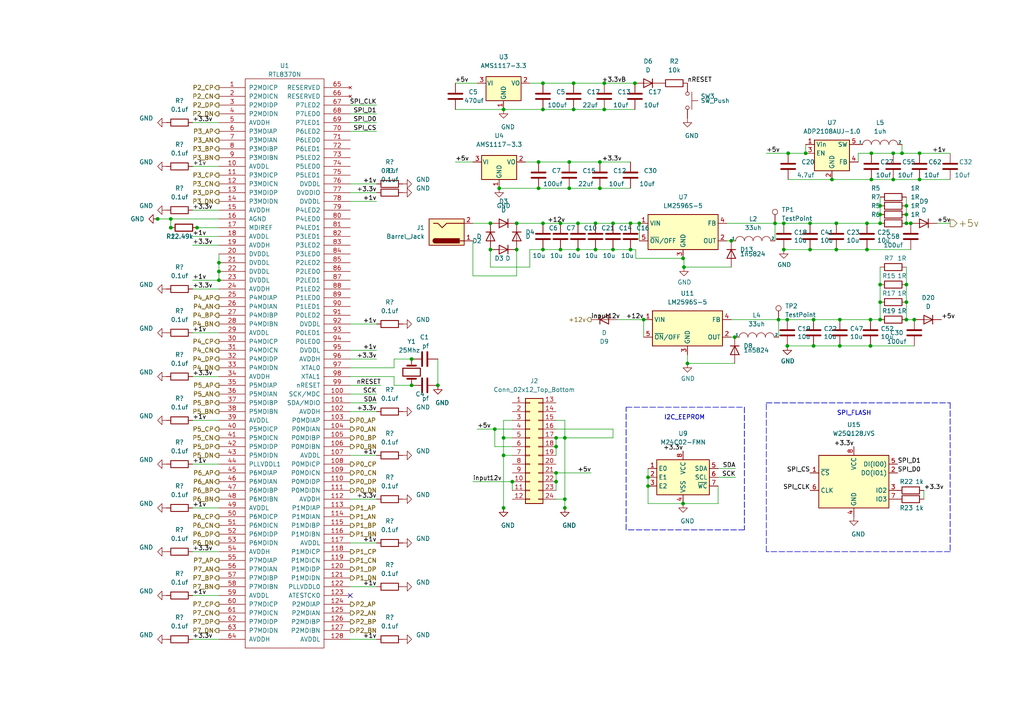
<source format=kicad_sch>
(kicad_sch (version 20201015) (generator eeschema)
  (paper "A4")
  (title_block (title "cluster io board") (date "2020-12-26") (rev "0.1") (company "self employed") (comment 1 "created by YC Lam"))
  (junction (at 45.72 63.5) (diameter 0.9144))
  (junction (at 49.53 63.5) (diameter 0.9144))
  (junction (at 49.53 66.04) (diameter 0.9144))
  (junction (at 57.15 66.04) (diameter 0.9144))
  (junction (at 63.5 76.2) (diameter 0.9144))
  (junction (at 63.5 78.74) (diameter 0.9144))
  (junction (at 63.5 81.28) (diameter 0.9144))
  (junction (at 119.38 104.14) (diameter 0.9144))
  (junction (at 119.38 111.76) (diameter 0.9144))
  (junction (at 127 111.76) (diameter 0.9144))
  (junction (at 142.24 64.77) (diameter 0.9144))
  (junction (at 142.24 72.39) (diameter 0.9144))
  (junction (at 143.51 124.46) (diameter 0.9144))
  (junction (at 144.78 54.61) (diameter 0.9144))
  (junction (at 146.05 31.75) (diameter 0.9144))
  (junction (at 146.05 127) (diameter 0.9144))
  (junction (at 146.05 132.08) (diameter 0.9144))
  (junction (at 146.05 147.32) (diameter 0.9144))
  (junction (at 148.59 139.7) (diameter 0.9144))
  (junction (at 149.86 64.77) (diameter 0.9144))
  (junction (at 149.86 72.39) (diameter 0.9144))
  (junction (at 156.21 46.99) (diameter 0.9144))
  (junction (at 156.21 54.61) (diameter 0.9144))
  (junction (at 157.48 24.13) (diameter 0.9144))
  (junction (at 157.48 31.75) (diameter 0.9144))
  (junction (at 157.48 64.77) (diameter 0.9144))
  (junction (at 157.48 72.39) (diameter 0.9144))
  (junction (at 161.29 127) (diameter 0.9144))
  (junction (at 161.29 129.54) (diameter 0.9144))
  (junction (at 161.29 137.16) (diameter 0.9144))
  (junction (at 161.29 139.7) (diameter 0.9144))
  (junction (at 162.56 64.77) (diameter 0.9144))
  (junction (at 162.56 72.39) (diameter 0.9144))
  (junction (at 163.83 127) (diameter 0.9144))
  (junction (at 163.83 144.78) (diameter 0.9144))
  (junction (at 163.83 147.32) (diameter 0.9144))
  (junction (at 165.1 46.99) (diameter 0.9144))
  (junction (at 165.1 54.61) (diameter 0.9144))
  (junction (at 166.37 24.13) (diameter 0.9144))
  (junction (at 166.37 31.75) (diameter 0.9144))
  (junction (at 167.64 64.77) (diameter 0.9144))
  (junction (at 167.64 72.39) (diameter 0.9144))
  (junction (at 172.72 64.77) (diameter 0.9144))
  (junction (at 172.72 72.39) (diameter 0.9144))
  (junction (at 173.99 46.99) (diameter 0.9144))
  (junction (at 173.99 54.61) (diameter 0.9144))
  (junction (at 175.26 24.13) (diameter 0.9144))
  (junction (at 175.26 31.75) (diameter 0.9144))
  (junction (at 177.8 64.77) (diameter 0.9144))
  (junction (at 177.8 72.39) (diameter 0.9144))
  (junction (at 182.88 64.77) (diameter 0.9144))
  (junction (at 182.88 72.39) (diameter 0.9144))
  (junction (at 184.15 24.13) (diameter 0.9144))
  (junction (at 185.42 64.77) (diameter 0.9144))
  (junction (at 186.69 92.71) (diameter 0.9144))
  (junction (at 187.96 138.43) (diameter 0.9144))
  (junction (at 187.96 140.97) (diameter 0.9144))
  (junction (at 198.12 74.93) (diameter 0.9144))
  (junction (at 198.12 146.05) (diameter 0.9144))
  (junction (at 198.374 77.47) (diameter 0.9144))
  (junction (at 199.39 105.41) (diameter 0.9144))
  (junction (at 212.09 69.85) (diameter 0.9144))
  (junction (at 213.106 97.79) (diameter 0.9144))
  (junction (at 224.79 64.77) (diameter 0.9144))
  (junction (at 225.806 92.71) (diameter 0.9144))
  (junction (at 227.33 64.77) (diameter 0.9144))
  (junction (at 227.33 72.39) (diameter 0.9144))
  (junction (at 228.346 92.71) (diameter 0.9144))
  (junction (at 228.346 100.33) (diameter 0.9144))
  (junction (at 228.6 44.45) (diameter 0.9144))
  (junction (at 233.68 44.45) (diameter 0.9144))
  (junction (at 234.95 64.77) (diameter 0.9144))
  (junction (at 234.95 72.39) (diameter 0.9144))
  (junction (at 235.966 92.71) (diameter 0.9144))
  (junction (at 235.966 100.33) (diameter 0.9144))
  (junction (at 241.3 52.07) (diameter 0.9144))
  (junction (at 242.57 64.77) (diameter 0.9144))
  (junction (at 242.57 72.39) (diameter 0.9144))
  (junction (at 243.586 92.71) (diameter 0.9144))
  (junction (at 243.586 100.33) (diameter 0.9144))
  (junction (at 251.46 64.77) (diameter 0.9144))
  (junction (at 251.46 72.39) (diameter 0.9144))
  (junction (at 252.476 92.71) (diameter 0.9144))
  (junction (at 252.476 100.33) (diameter 0.9144))
  (junction (at 252.73 44.45) (diameter 0.9144))
  (junction (at 252.73 52.07) (diameter 0.9144))
  (junction (at 255.27 59.69) (diameter 0.9144))
  (junction (at 255.27 62.23) (diameter 0.9144))
  (junction (at 255.27 64.77) (diameter 0.9144))
  (junction (at 255.27 82.55) (diameter 0.9144))
  (junction (at 255.27 87.63) (diameter 0.9144))
  (junction (at 255.27 92.71) (diameter 0.9144))
  (junction (at 259.08 44.45) (diameter 0.9144))
  (junction (at 259.08 52.07) (diameter 0.9144))
  (junction (at 261.62 44.45) (diameter 0.9144))
  (junction (at 262.89 59.69) (diameter 0.9144))
  (junction (at 262.89 62.23) (diameter 0.9144))
  (junction (at 262.89 64.77) (diameter 0.9144))
  (junction (at 262.89 82.55) (diameter 0.9144))
  (junction (at 262.89 87.63) (diameter 0.9144))
  (junction (at 262.89 92.71) (diameter 0.9144))
  (junction (at 264.16 64.77) (diameter 0.9144))
  (junction (at 265.176 92.71) (diameter 0.9144))
  (junction (at 266.7 44.45) (diameter 0.9144))
  (junction (at 266.7 52.07) (diameter 0.9144))
  (no_connect (at 101.6 172.72))
  (wire (pts (xy 45.72 63.5) (xy 49.53 63.5)))
  (wire (pts (xy 49.53 63.5) (xy 49.53 66.04)))
  (wire (pts (xy 49.53 63.5) (xy 63.5 63.5)))
  (wire (pts (xy 55.88 35.56) (xy 63.5 35.56)))
  (wire (pts (xy 55.88 48.26) (xy 63.5 48.26)))
  (wire (pts (xy 55.88 60.96) (xy 63.5 60.96)))
  (wire (pts (xy 55.88 68.58) (xy 63.5 68.58)))
  (wire (pts (xy 55.88 71.12) (xy 63.5 71.12)))
  (wire (pts (xy 55.88 81.28) (xy 63.5 81.28)))
  (wire (pts (xy 55.88 83.82) (xy 63.5 83.82)))
  (wire (pts (xy 55.88 96.52) (xy 63.5 96.52)))
  (wire (pts (xy 55.88 109.22) (xy 63.5 109.22)))
  (wire (pts (xy 55.88 121.92) (xy 63.5 121.92)))
  (wire (pts (xy 55.88 134.62) (xy 63.5 134.62)))
  (wire (pts (xy 55.88 147.32) (xy 63.5 147.32)))
  (wire (pts (xy 55.88 160.02) (xy 63.5 160.02)))
  (wire (pts (xy 55.88 172.72) (xy 63.5 172.72)))
  (wire (pts (xy 55.88 185.42) (xy 63.5 185.42)))
  (wire (pts (xy 57.15 66.04) (xy 63.5 66.04)))
  (wire (pts (xy 63.5 73.66) (xy 63.5 76.2)))
  (wire (pts (xy 63.5 76.2) (xy 63.5 78.74)))
  (wire (pts (xy 63.5 78.74) (xy 63.5 81.28)))
  (wire (pts (xy 101.6 30.48) (xy 109.22 30.48)))
  (wire (pts (xy 101.6 33.02) (xy 109.22 33.02)))
  (wire (pts (xy 101.6 35.56) (xy 109.22 35.56)))
  (wire (pts (xy 101.6 38.1) (xy 109.22 38.1)))
  (wire (pts (xy 101.6 53.34) (xy 109.22 53.34)))
  (wire (pts (xy 101.6 55.88) (xy 109.22 55.88)))
  (wire (pts (xy 101.6 58.42) (xy 109.22 58.42)))
  (wire (pts (xy 101.6 93.98) (xy 109.22 93.98)))
  (wire (pts (xy 101.6 101.6) (xy 109.22 101.6)))
  (wire (pts (xy 101.6 104.14) (xy 109.22 104.14)))
  (wire (pts (xy 101.6 106.68) (xy 114.3 106.68)))
  (wire (pts (xy 101.6 109.22) (xy 114.3 109.22)))
  (wire (pts (xy 101.6 111.76) (xy 110.49 111.76)))
  (wire (pts (xy 101.6 114.3) (xy 109.22 114.3)))
  (wire (pts (xy 101.6 116.84) (xy 109.22 116.84)))
  (wire (pts (xy 101.6 119.38) (xy 109.22 119.38)))
  (wire (pts (xy 101.6 132.08) (xy 109.22 132.08)))
  (wire (pts (xy 101.6 144.78) (xy 109.22 144.78)))
  (wire (pts (xy 101.6 157.48) (xy 109.22 157.48)))
  (wire (pts (xy 101.6 170.18) (xy 109.22 170.18)))
  (wire (pts (xy 101.6 185.42) (xy 109.22 185.42)))
  (wire (pts (xy 114.3 104.14) (xy 114.3 106.68)))
  (wire (pts (xy 114.3 109.22) (xy 114.3 111.76)))
  (wire (pts (xy 114.3 111.76) (xy 119.38 111.76)))
  (wire (pts (xy 119.38 104.14) (xy 114.3 104.14)))
  (wire (pts (xy 127 104.14) (xy 127 111.76)))
  (wire (pts (xy 132.08 24.13) (xy 138.43 24.13)))
  (wire (pts (xy 132.08 31.75) (xy 146.05 31.75)))
  (wire (pts (xy 132.08 46.99) (xy 137.16 46.99)))
  (wire (pts (xy 137.16 64.77) (xy 142.24 64.77)))
  (wire (pts (xy 137.16 80.01) (xy 137.16 69.85)))
  (wire (pts (xy 137.16 139.7) (xy 148.59 139.7)))
  (wire (pts (xy 138.43 124.46) (xy 143.51 124.46)))
  (wire (pts (xy 142.24 72.39) (xy 142.24 77.47)))
  (wire (pts (xy 142.24 77.47) (xy 153.67 77.47)))
  (wire (pts (xy 143.51 124.46) (xy 148.59 124.46)))
  (wire (pts (xy 143.51 129.54) (xy 143.51 124.46)))
  (wire (pts (xy 144.78 54.61) (xy 156.21 54.61)))
  (wire (pts (xy 146.05 31.75) (xy 157.48 31.75)))
  (wire (pts (xy 146.05 121.92) (xy 146.05 127)))
  (wire (pts (xy 146.05 127) (xy 146.05 132.08)))
  (wire (pts (xy 146.05 127) (xy 148.59 127)))
  (wire (pts (xy 146.05 132.08) (xy 146.05 147.32)))
  (wire (pts (xy 146.05 132.08) (xy 148.59 132.08)))
  (wire (pts (xy 148.59 121.92) (xy 146.05 121.92)))
  (wire (pts (xy 148.59 129.54) (xy 143.51 129.54)))
  (wire (pts (xy 148.59 139.7) (xy 148.59 142.24)))
  (wire (pts (xy 149.86 64.77) (xy 157.48 64.77)))
  (wire (pts (xy 149.86 72.39) (xy 149.86 80.01)))
  (wire (pts (xy 149.86 80.01) (xy 137.16 80.01)))
  (wire (pts (xy 152.4 46.99) (xy 156.21 46.99)))
  (wire (pts (xy 153.67 24.13) (xy 157.48 24.13)))
  (wire (pts (xy 153.67 72.39) (xy 157.48 72.39)))
  (wire (pts (xy 153.67 77.47) (xy 153.67 72.39)))
  (wire (pts (xy 156.21 46.99) (xy 165.1 46.99)))
  (wire (pts (xy 156.21 54.61) (xy 165.1 54.61)))
  (wire (pts (xy 157.48 24.13) (xy 166.37 24.13)))
  (wire (pts (xy 157.48 31.75) (xy 166.37 31.75)))
  (wire (pts (xy 157.48 64.77) (xy 162.56 64.77)))
  (wire (pts (xy 157.48 72.39) (xy 162.56 72.39)))
  (wire (pts (xy 161.29 121.92) (xy 163.83 121.92)))
  (wire (pts (xy 161.29 124.46) (xy 177.8 124.46)))
  (wire (pts (xy 161.29 127) (xy 161.29 129.54)))
  (wire (pts (xy 161.29 127) (xy 163.83 127)))
  (wire (pts (xy 161.29 129.54) (xy 161.29 132.08)))
  (wire (pts (xy 161.29 137.16) (xy 161.29 139.7)))
  (wire (pts (xy 161.29 137.16) (xy 171.45 137.16)))
  (wire (pts (xy 161.29 139.7) (xy 161.29 142.24)))
  (wire (pts (xy 161.29 144.78) (xy 163.83 144.78)))
  (wire (pts (xy 162.56 64.77) (xy 167.64 64.77)))
  (wire (pts (xy 162.56 72.39) (xy 167.64 72.39)))
  (wire (pts (xy 163.83 121.92) (xy 163.83 127)))
  (wire (pts (xy 163.83 127) (xy 163.83 144.78)))
  (wire (pts (xy 163.83 144.78) (xy 163.83 147.32)))
  (wire (pts (xy 165.1 46.99) (xy 173.99 46.99)))
  (wire (pts (xy 165.1 54.61) (xy 173.99 54.61)))
  (wire (pts (xy 166.37 24.13) (xy 175.26 24.13)))
  (wire (pts (xy 166.37 31.75) (xy 175.26 31.75)))
  (wire (pts (xy 167.64 64.77) (xy 172.72 64.77)))
  (wire (pts (xy 167.64 72.39) (xy 172.72 72.39)))
  (wire (pts (xy 172.72 64.77) (xy 177.8 64.77)))
  (wire (pts (xy 172.72 72.39) (xy 177.8 72.39)))
  (wire (pts (xy 173.99 46.99) (xy 182.88 46.99)))
  (wire (pts (xy 173.99 54.61) (xy 182.88 54.61)))
  (wire (pts (xy 175.26 24.13) (xy 184.15 24.13)))
  (wire (pts (xy 175.26 31.75) (xy 184.15 31.75)))
  (wire (pts (xy 177.8 64.77) (xy 182.88 64.77)))
  (wire (pts (xy 177.8 72.39) (xy 182.88 72.39)))
  (wire (pts (xy 177.8 124.46) (xy 177.8 127)))
  (wire (pts (xy 177.8 127) (xy 163.83 127)))
  (wire (pts (xy 179.07 92.71) (xy 186.69 92.71)))
  (wire (pts (xy 182.88 64.77) (xy 185.42 64.77)))
  (wire (pts (xy 182.88 72.39) (xy 184.404 72.39)))
  (wire (pts (xy 184.404 72.39) (xy 184.404 74.93)))
  (wire (pts (xy 184.404 74.93) (xy 198.12 74.93)))
  (wire (pts (xy 185.42 69.85) (xy 185.42 64.77)))
  (wire (pts (xy 186.69 92.71) (xy 186.69 97.79)))
  (wire (pts (xy 187.96 135.89) (xy 187.96 138.43)))
  (wire (pts (xy 187.96 138.43) (xy 187.96 140.97)))
  (wire (pts (xy 187.96 140.97) (xy 187.96 146.05)))
  (wire (pts (xy 187.96 146.05) (xy 198.12 146.05)))
  (wire (pts (xy 198.12 74.93) (xy 198.374 74.93)))
  (wire (pts (xy 198.374 77.47) (xy 198.374 74.93)))
  (wire (pts (xy 198.374 77.47) (xy 212.09 77.47)))
  (wire (pts (xy 199.39 105.41) (xy 199.39 102.87)))
  (wire (pts (xy 199.39 105.41) (xy 213.106 105.41)))
  (wire (pts (xy 208.28 135.89) (xy 213.36 135.89)))
  (wire (pts (xy 208.28 138.43) (xy 213.36 138.43)))
  (wire (pts (xy 208.28 140.97) (xy 208.28 146.05)))
  (wire (pts (xy 208.28 146.05) (xy 198.12 146.05)))
  (wire (pts (xy 210.82 64.77) (xy 224.79 64.77)))
  (wire (pts (xy 210.82 69.85) (xy 212.09 69.85)))
  (wire (pts (xy 212.09 92.71) (xy 225.806 92.71)))
  (wire (pts (xy 212.09 97.79) (xy 213.106 97.79)))
  (wire (pts (xy 222.25 44.45) (xy 228.6 44.45)))
  (wire (pts (xy 224.79 64.77) (xy 224.79 69.85)))
  (wire (pts (xy 224.79 64.77) (xy 227.33 64.77)))
  (wire (pts (xy 225.806 92.71) (xy 225.806 97.79)))
  (wire (pts (xy 225.806 92.71) (xy 228.346 92.71)))
  (wire (pts (xy 227.33 64.77) (xy 234.95 64.77)))
  (wire (pts (xy 227.33 72.39) (xy 234.95 72.39)))
  (wire (pts (xy 228.346 92.71) (xy 235.966 92.71)))
  (wire (pts (xy 228.346 100.33) (xy 235.966 100.33)))
  (wire (pts (xy 228.6 44.45) (xy 233.68 44.45)))
  (wire (pts (xy 228.6 52.07) (xy 241.3 52.07)))
  (wire (pts (xy 233.68 41.91) (xy 233.68 44.45)))
  (wire (pts (xy 234.95 64.77) (xy 242.57 64.77)))
  (wire (pts (xy 234.95 72.39) (xy 242.57 72.39)))
  (wire (pts (xy 235.966 92.71) (xy 243.586 92.71)))
  (wire (pts (xy 235.966 100.33) (xy 243.586 100.33)))
  (wire (pts (xy 241.3 52.07) (xy 252.73 52.07)))
  (wire (pts (xy 242.57 64.77) (xy 251.46 64.77)))
  (wire (pts (xy 242.57 72.39) (xy 251.46 72.39)))
  (wire (pts (xy 243.586 92.71) (xy 252.476 92.71)))
  (wire (pts (xy 243.586 100.33) (xy 252.476 100.33)))
  (wire (pts (xy 248.92 44.45) (xy 252.73 44.45)))
  (wire (pts (xy 248.92 46.99) (xy 248.92 44.45)))
  (wire (pts (xy 251.46 64.77) (xy 255.27 64.77)))
  (wire (pts (xy 251.46 72.39) (xy 264.16 72.39)))
  (wire (pts (xy 252.476 92.71) (xy 255.27 92.71)))
  (wire (pts (xy 252.476 100.33) (xy 265.176 100.33)))
  (wire (pts (xy 252.73 44.45) (xy 259.08 44.45)))
  (wire (pts (xy 252.73 52.07) (xy 259.08 52.07)))
  (wire (pts (xy 255.27 57.15) (xy 255.27 59.69)))
  (wire (pts (xy 255.27 59.69) (xy 255.27 62.23)))
  (wire (pts (xy 255.27 62.23) (xy 255.27 64.77)))
  (wire (pts (xy 255.27 77.47) (xy 255.27 82.55)))
  (wire (pts (xy 255.27 82.55) (xy 255.27 87.63)))
  (wire (pts (xy 255.27 87.63) (xy 255.27 92.71)))
  (wire (pts (xy 259.08 44.45) (xy 261.62 44.45)))
  (wire (pts (xy 259.08 52.07) (xy 266.7 52.07)))
  (wire (pts (xy 261.62 41.91) (xy 261.62 44.45)))
  (wire (pts (xy 261.62 44.45) (xy 266.7 44.45)))
  (wire (pts (xy 262.89 57.15) (xy 262.89 59.69)))
  (wire (pts (xy 262.89 59.69) (xy 262.89 62.23)))
  (wire (pts (xy 262.89 62.23) (xy 262.89 64.77)))
  (wire (pts (xy 262.89 64.77) (xy 264.16 64.77)))
  (wire (pts (xy 262.89 77.47) (xy 262.89 82.55)))
  (wire (pts (xy 262.89 82.55) (xy 262.89 87.63)))
  (wire (pts (xy 262.89 87.63) (xy 262.89 92.71)))
  (wire (pts (xy 262.89 92.71) (xy 265.176 92.71)))
  (wire (pts (xy 265.176 92.71) (xy 265.43 92.71)))
  (wire (pts (xy 266.7 44.45) (xy 275.59 44.45)))
  (wire (pts (xy 266.7 52.07) (xy 275.59 52.07)))
  (wire (pts (xy 267.97 142.24) (xy 267.97 144.78)))
  (wire (pts (xy 271.78 64.77) (xy 275.59 64.77)))
  (polyline (pts (xy 181.61 118.11) (xy 215.9 118.11)) (stroke (width 0) (type dash)))
  (polyline (pts (xy 181.61 118.11) (xy 215.9 118.11)) (stroke (width 0) (type dash)))
  (polyline (pts (xy 181.61 153.67) (xy 181.61 118.11)) (stroke (width 0) (type dash)))
  (polyline (pts (xy 181.61 153.67) (xy 181.61 118.11)) (stroke (width 0) (type dash)))
  (polyline (pts (xy 215.9 118.11) (xy 215.9 153.67)) (stroke (width 0) (type dash)))
  (polyline (pts (xy 215.9 118.11) (xy 215.9 153.67)) (stroke (width 0) (type dash)))
  (polyline (pts (xy 215.9 153.67) (xy 181.61 153.67)) (stroke (width 0) (type dash)))
  (polyline (pts (xy 215.9 153.67) (xy 181.61 153.67)) (stroke (width 0) (type dash)))
  (polyline (pts (xy 222.25 116.84) (xy 275.59 116.84)) (stroke (width 0) (type dash)))
  (polyline (pts (xy 222.25 116.84) (xy 275.59 116.84)) (stroke (width 0) (type dash)))
  (polyline (pts (xy 222.25 160.02) (xy 222.25 116.84)) (stroke (width 0) (type dash)))
  (polyline (pts (xy 222.25 160.02) (xy 222.25 116.84)) (stroke (width 0) (type dash)))
  (polyline (pts (xy 275.59 116.84) (xy 275.59 160.02)) (stroke (width 0) (type dash)))
  (polyline (pts (xy 275.59 116.84) (xy 275.59 160.02)) (stroke (width 0) (type dash)))
  (polyline (pts (xy 275.59 160.02) (xy 222.25 160.02)) (stroke (width 0) (type dash)))
  (polyline (pts (xy 275.59 160.02) (xy 222.25 160.02)) (stroke (width 0) (type dash)))
  (text "I2C_EEPROM" (at 204.47 121.92 180) (effects (font (size 1.27 1.27)) (justify right bottom)))
  (text "I2C_EEPROM" (at 204.47 121.92 180) (effects (font (size 1.27 1.27)) (justify right bottom)))
  (text "SPI_FLASH" (at 252.73 120.65 180) (effects (font (size 1.27 1.27)) (justify right bottom)))
  (text "SPI_FLASH" (at 252.73 120.65 180) (effects (font (size 1.27 1.27)) (justify right bottom)))
  (label "+3.3v" (at 55.88 35.56 0))
  (label "+3.3v" (at 55.88 35.56 0))
  (label "+1v" (at 55.88 48.26 0))
  (label "+3.3v" (at 55.88 60.96 0))
  (label "+3.3v" (at 55.88 60.96 0))
  (label "+1v" (at 55.88 68.58 0))
  (label "+1v" (at 55.88 68.58 0))
  (label "+3.3v" (at 55.88 71.12 0))
  (label "+3.3v" (at 55.88 71.12 0))
  (label "+1v" (at 55.88 81.28 0))
  (label "+1v" (at 55.88 81.28 0))
  (label "+3.3v" (at 55.88 83.82 0))
  (label "+3.3v" (at 55.88 83.82 0))
  (label "+1v" (at 55.88 96.52 0))
  (label "+1v" (at 55.88 96.52 0))
  (label "+3.3v" (at 55.88 109.22 0))
  (label "+3.3v" (at 55.88 109.22 0))
  (label "+1v" (at 55.88 121.92 0))
  (label "+1v" (at 55.88 121.92 0))
  (label "+1v" (at 55.88 134.62 0))
  (label "+1v" (at 55.88 134.62 0))
  (label "+1v" (at 55.88 147.32 0))
  (label "+1v" (at 55.88 147.32 0))
  (label "+3.3v" (at 55.88 160.02 0))
  (label "+3.3v" (at 55.88 160.02 0))
  (label "+1v" (at 55.88 172.72 0))
  (label "+1v" (at 55.88 172.72 0))
  (label "+3.3v" (at 55.88 185.42 0))
  (label "+3.3v" (at 55.88 185.42 0))
  (label "SPI_CLK" (at 109.22 30.48 180))
  (label "SPI_CLK" (at 109.22 30.48 180))
  (label "SPI_D1" (at 109.22 33.02 180))
  (label "SPI_D1" (at 109.22 33.02 180))
  (label "SPI_D0" (at 109.22 35.56 180))
  (label "SPI_D0" (at 109.22 35.56 180))
  (label "SPI_CS" (at 109.22 38.1 180))
  (label "SPI_CS" (at 109.22 38.1 180))
  (label "+1v" (at 109.22 53.34 180))
  (label "+1v" (at 109.22 53.34 180))
  (label "+3.3v" (at 109.22 55.88 180))
  (label "+3.3v" (at 109.22 55.88 180))
  (label "+1v" (at 109.22 58.42 180))
  (label "+1v" (at 109.22 58.42 180))
  (label "+1v" (at 109.22 93.98 180))
  (label "+1v" (at 109.22 93.98 180))
  (label "+1v" (at 109.22 101.6 180))
  (label "+1v" (at 109.22 101.6 180))
  (label "+3.3v" (at 109.22 104.14 180))
  (label "+3.3v" (at 109.22 104.14 180))
  (label "SCK" (at 109.22 114.3 180))
  (label "SCK" (at 109.22 114.3 180))
  (label "SDA" (at 109.22 116.84 180))
  (label "SDA" (at 109.22 116.84 180))
  (label "+3.3v" (at 109.22 119.38 180))
  (label "+3.3v" (at 109.22 119.38 180))
  (label "+1v" (at 109.22 132.08 180))
  (label "+1v" (at 109.22 132.08 180))
  (label "+3.3v" (at 109.22 144.78 180))
  (label "+3.3v" (at 109.22 144.78 180))
  (label "+1v" (at 109.22 157.48 180))
  (label "+1v" (at 109.22 157.48 180))
  (label "+1v" (at 109.22 170.18 180))
  (label "+1v" (at 109.22 170.18 180))
  (label "+1v" (at 109.22 185.42 180))
  (label "+1v" (at 109.22 185.42 180))
  (label "nRESET" (at 110.49 111.76 180))
  (label "nRESET" (at 110.49 111.76 180))
  (label "+5v" (at 132.08 46.99 0))
  (label "+5v" (at 132.08 46.99 0))
  (label "+5v" (at 135.89 24.13 180))
  (label "+5v" (at 135.89 24.13 180))
  (label "input12v" (at 137.16 139.7 0))
  (label "input12v" (at 137.16 139.7 0))
  (label "+5v" (at 138.43 124.46 0))
  (label "+5v" (at 138.43 124.46 0))
  (label "+12v" (at 158.75 64.77 0))
  (label "+12v" (at 158.75 64.77 0))
  (label "input12v" (at 171.45 92.71 0))
  (label "input12v" (at 171.45 92.71 0))
  (label "+5v" (at 171.45 137.16 180))
  (label "+5v" (at 171.45 137.16 180))
  (label "+3.3v" (at 180.34 46.99 180))
  (label "+3.3v" (at 180.34 46.99 180))
  (label "+3.3vB" (at 181.61 24.13 180))
  (label "+3.3vB" (at 181.61 24.13 180))
  (label "+12v" (at 186.69 92.71 180))
  (label "+12v" (at 186.69 92.71 180))
  (label "+3.3v" (at 198.12 130.81 180))
  (label "+3.3v" (at 198.12 130.81 180))
  (label "nRESET" (at 199.39 24.13 0))
  (label "nRESET" (at 199.39 24.13 0))
  (label "SDA" (at 213.36 135.89 180))
  (label "SDA" (at 213.36 135.89 180))
  (label "SCK" (at 213.36 138.43 180))
  (label "SCK" (at 213.36 138.43 180))
  (label "+5v" (at 222.25 44.45 0))
  (label "+5v" (at 222.25 44.45 0))
  (label "SPI_CS" (at 234.95 137.16 180))
  (label "SPI_CS" (at 234.95 137.16 180))
  (label "SPI_CLK" (at 234.95 142.24 180))
  (label "SPI_CLK" (at 234.95 142.24 180))
  (label "+3.3v" (at 247.65 129.54 180))
  (label "+3.3v" (at 247.65 129.54 180))
  (label "SPI_D1" (at 260.35 134.62 0))
  (label "SPI_D1" (at 260.35 134.62 0))
  (label "SPI_D0" (at 260.35 137.16 0))
  (label "SPI_D0" (at 260.35 137.16 0))
  (label "+3.3v" (at 267.97 142.24 0))
  (label "+3.3v" (at 267.97 142.24 0))
  (label "+5v" (at 271.78 64.77 0))
  (label "+5v" (at 271.78 64.77 0))
  (label "+5v" (at 273.05 92.71 0))
  (label "+5v" (at 273.05 92.71 0))
  (label "+1v" (at 274.32 44.45 180))
  (label "+1v" (at 274.32 44.45 180))
  (hierarchical_label "P2_CP" (shape output) (at 63.5 25.4 180))
  (hierarchical_label "P2_CP" (shape output) (at 63.5 25.4 180))
  (hierarchical_label "P2_CN" (shape output) (at 63.5 27.94 180))
  (hierarchical_label "P2_CN" (shape output) (at 63.5 27.94 180))
  (hierarchical_label "P2_DP" (shape output) (at 63.5 30.48 180))
  (hierarchical_label "P2_DP" (shape output) (at 63.5 30.48 180))
  (hierarchical_label "P2_DN" (shape output) (at 63.5 33.02 180))
  (hierarchical_label "P2_DN" (shape output) (at 63.5 33.02 180))
  (hierarchical_label "P3_AP" (shape output) (at 63.5 38.1 180))
  (hierarchical_label "P3_AP" (shape output) (at 63.5 38.1 180))
  (hierarchical_label "P3_AN" (shape output) (at 63.5 40.64 180))
  (hierarchical_label "P3_AN" (shape output) (at 63.5 40.64 180))
  (hierarchical_label "P3_BP" (shape output) (at 63.5 43.18 180))
  (hierarchical_label "P3_BP" (shape output) (at 63.5 43.18 180))
  (hierarchical_label "P3_BN" (shape output) (at 63.5 45.72 180))
  (hierarchical_label "P3_BN" (shape output) (at 63.5 45.72 180))
  (hierarchical_label "P3_CP" (shape output) (at 63.5 50.8 180))
  (hierarchical_label "P3_CP" (shape output) (at 63.5 50.8 180))
  (hierarchical_label "P3_CN" (shape output) (at 63.5 53.34 180))
  (hierarchical_label "P3_CN" (shape output) (at 63.5 53.34 180))
  (hierarchical_label "P3_DP" (shape output) (at 63.5 55.88 180))
  (hierarchical_label "P3_DP" (shape output) (at 63.5 55.88 180))
  (hierarchical_label "P3_DN" (shape output) (at 63.5 58.42 180))
  (hierarchical_label "P3_DN" (shape output) (at 63.5 58.42 180))
  (hierarchical_label "P4_AP" (shape output) (at 63.5 86.36 180))
  (hierarchical_label "P4_AP" (shape output) (at 63.5 86.36 180))
  (hierarchical_label "P4_AN" (shape output) (at 63.5 88.9 180))
  (hierarchical_label "P4_AN" (shape output) (at 63.5 88.9 180))
  (hierarchical_label "P4_BP" (shape output) (at 63.5 91.44 180))
  (hierarchical_label "P4_BP" (shape output) (at 63.5 91.44 180))
  (hierarchical_label "P4_BN" (shape output) (at 63.5 93.98 180))
  (hierarchical_label "P4_BN" (shape output) (at 63.5 93.98 180))
  (hierarchical_label "P4_CP" (shape output) (at 63.5 99.06 180))
  (hierarchical_label "P4_CP" (shape output) (at 63.5 99.06 180))
  (hierarchical_label "P4_CN" (shape output) (at 63.5 101.6 180))
  (hierarchical_label "P4_CN" (shape output) (at 63.5 101.6 180))
  (hierarchical_label "P4_DP" (shape output) (at 63.5 104.14 180))
  (hierarchical_label "P4_DP" (shape output) (at 63.5 104.14 180))
  (hierarchical_label "P4_DN" (shape output) (at 63.5 106.68 180))
  (hierarchical_label "P4_DN" (shape output) (at 63.5 106.68 180))
  (hierarchical_label "P5_AP" (shape output) (at 63.5 111.76 180))
  (hierarchical_label "P5_AP" (shape output) (at 63.5 111.76 180))
  (hierarchical_label "P5_AN" (shape output) (at 63.5 114.3 180))
  (hierarchical_label "P5_AN" (shape output) (at 63.5 114.3 180))
  (hierarchical_label "P5_BP" (shape output) (at 63.5 116.84 180))
  (hierarchical_label "P5_BP" (shape output) (at 63.5 116.84 180))
  (hierarchical_label "P5_BN" (shape output) (at 63.5 119.38 180))
  (hierarchical_label "P5_BN" (shape output) (at 63.5 119.38 180))
  (hierarchical_label "P5_CP" (shape output) (at 63.5 124.46 180))
  (hierarchical_label "P5_CP" (shape output) (at 63.5 124.46 180))
  (hierarchical_label "P5_CN" (shape output) (at 63.5 127 180))
  (hierarchical_label "P5_CN" (shape output) (at 63.5 127 180))
  (hierarchical_label "P5_DP" (shape output) (at 63.5 129.54 180))
  (hierarchical_label "P5_DP" (shape output) (at 63.5 129.54 180))
  (hierarchical_label "P5_DN" (shape output) (at 63.5 132.08 180))
  (hierarchical_label "P5_DN" (shape output) (at 63.5 132.08 180))
  (hierarchical_label "P6_AP" (shape output) (at 63.5 137.16 180))
  (hierarchical_label "P6_AP" (shape output) (at 63.5 137.16 180))
  (hierarchical_label "P6_AN" (shape output) (at 63.5 139.7 180))
  (hierarchical_label "P6_AN" (shape output) (at 63.5 139.7 180))
  (hierarchical_label "P6_BP" (shape output) (at 63.5 142.24 180))
  (hierarchical_label "P6_BP" (shape output) (at 63.5 142.24 180))
  (hierarchical_label "P6_BN" (shape output) (at 63.5 144.78 180))
  (hierarchical_label "P6_BN" (shape output) (at 63.5 144.78 180))
  (hierarchical_label "P6_CP" (shape output) (at 63.5 149.86 180))
  (hierarchical_label "P6_CP" (shape output) (at 63.5 149.86 180))
  (hierarchical_label "P6_CN" (shape output) (at 63.5 152.4 180))
  (hierarchical_label "P6_CN" (shape output) (at 63.5 152.4 180))
  (hierarchical_label "P6_DP" (shape output) (at 63.5 154.94 180))
  (hierarchical_label "P6_DP" (shape output) (at 63.5 154.94 180))
  (hierarchical_label "P6_DN" (shape output) (at 63.5 157.48 180))
  (hierarchical_label "P6_DN" (shape output) (at 63.5 157.48 180))
  (hierarchical_label "P7_AP" (shape output) (at 63.5 162.56 180))
  (hierarchical_label "P7_AP" (shape output) (at 63.5 162.56 180))
  (hierarchical_label "P7_AN" (shape output) (at 63.5 165.1 180))
  (hierarchical_label "P7_AN" (shape output) (at 63.5 165.1 180))
  (hierarchical_label "P7_BP" (shape output) (at 63.5 167.64 180))
  (hierarchical_label "P7_BP" (shape output) (at 63.5 167.64 180))
  (hierarchical_label "P7_BN" (shape output) (at 63.5 170.18 180))
  (hierarchical_label "P7_BN" (shape output) (at 63.5 170.18 180))
  (hierarchical_label "P7_CP" (shape output) (at 63.5 175.26 180))
  (hierarchical_label "P7_CP" (shape output) (at 63.5 175.26 180))
  (hierarchical_label "P7_CN" (shape output) (at 63.5 177.8 180))
  (hierarchical_label "P7_CN" (shape output) (at 63.5 177.8 180))
  (hierarchical_label "P7_DP" (shape output) (at 63.5 180.34 180))
  (hierarchical_label "P7_DP" (shape output) (at 63.5 180.34 180))
  (hierarchical_label "P7_DN" (shape output) (at 63.5 182.88 180))
  (hierarchical_label "P7_DN" (shape output) (at 63.5 182.88 180))
  (hierarchical_label "P0_AP" (shape output) (at 101.6 121.92 0))
  (hierarchical_label "P0_AP" (shape output) (at 101.6 121.92 0))
  (hierarchical_label "P0_AN" (shape output) (at 101.6 124.46 0))
  (hierarchical_label "P0_AN" (shape output) (at 101.6 124.46 0))
  (hierarchical_label "P0_BP" (shape output) (at 101.6 127 0))
  (hierarchical_label "P0_BP" (shape output) (at 101.6 127 0))
  (hierarchical_label "P0_BN" (shape output) (at 101.6 129.54 0))
  (hierarchical_label "P0_BN" (shape output) (at 101.6 129.54 0))
  (hierarchical_label "P0_CP" (shape output) (at 101.6 134.62 0))
  (hierarchical_label "P0_CP" (shape output) (at 101.6 134.62 0))
  (hierarchical_label "P0_CN" (shape output) (at 101.6 137.16 0))
  (hierarchical_label "P0_CN" (shape output) (at 101.6 137.16 0))
  (hierarchical_label "P0_DP" (shape output) (at 101.6 139.7 0))
  (hierarchical_label "P0_DP" (shape output) (at 101.6 139.7 0))
  (hierarchical_label "P0_DN" (shape output) (at 101.6 142.24 0))
  (hierarchical_label "P0_DN" (shape output) (at 101.6 142.24 0))
  (hierarchical_label "P1_AP" (shape output) (at 101.6 147.32 0))
  (hierarchical_label "P1_AP" (shape output) (at 101.6 147.32 0))
  (hierarchical_label "P1_AN" (shape output) (at 101.6 149.86 0))
  (hierarchical_label "P1_AN" (shape output) (at 101.6 149.86 0))
  (hierarchical_label "P1_BP" (shape output) (at 101.6 152.4 0))
  (hierarchical_label "P1_BP" (shape output) (at 101.6 152.4 0))
  (hierarchical_label "P1_BN" (shape output) (at 101.6 154.94 0))
  (hierarchical_label "P1_BN" (shape output) (at 101.6 154.94 0))
  (hierarchical_label "P1_CP" (shape output) (at 101.6 160.02 0))
  (hierarchical_label "P1_CP" (shape output) (at 101.6 160.02 0))
  (hierarchical_label "P1_CN" (shape output) (at 101.6 162.56 0))
  (hierarchical_label "P1_CN" (shape output) (at 101.6 162.56 0))
  (hierarchical_label "P1_DP" (shape output) (at 101.6 165.1 0))
  (hierarchical_label "P1_DP" (shape output) (at 101.6 165.1 0))
  (hierarchical_label "P1_DN" (shape output) (at 101.6 167.64 0))
  (hierarchical_label "P1_DN" (shape output) (at 101.6 167.64 0))
  (hierarchical_label "P2_AP" (shape output) (at 101.6 175.26 0))
  (hierarchical_label "P2_AP" (shape output) (at 101.6 175.26 0))
  (hierarchical_label "P2_AN" (shape output) (at 101.6 177.8 0))
  (hierarchical_label "P2_AN" (shape output) (at 101.6 177.8 0))
  (hierarchical_label "P2_BP" (shape output) (at 101.6 180.34 0))
  (hierarchical_label "P2_BP" (shape output) (at 101.6 180.34 0))
  (hierarchical_label "P2_BN" (shape output) (at 101.6 182.88 0))
  (hierarchical_label "P2_BN" (shape output) (at 101.6 182.88 0))
  (hierarchical_label "+12v" (shape output) (at 171.45 92.71 180))
  (hierarchical_label "+5v" (shape output) (at 275.59 64.77 0) (effects (font (size 2.0066 2.0066))))
  (symbol (lib_id "Connector:TestPoint") (at 224.79 64.77 0) (unit 1)
    (property "Reference" "TP1" (at 226.695 60.833 0) (effects (justify left)))
    (property "Value" "TestPoint" (at 226.695 63.373 0) (effects (justify left)))
    (property "Footprint" "TestPoint:TestPoint_Pad_2.0x2.0mm" (effects hide))
    (property "Field4" "nf" (effects hide))
    (property "Field5" "nf" (effects hide))
    (property "Field6" "nf" (effects hide))
    (property "Field7" "nf" (effects hide))
  )
  (symbol (lib_id "Connector:TestPoint") (at 225.806 92.71 0) (unit 1)
    (property "Reference" "TP2" (at 227.711 88.773 0) (effects (justify left)))
    (property "Value" "TestPoint" (at 227.711 91.313 0) (effects (justify left)))
    (property "Footprint" "TestPoint:TestPoint_Pad_2.0x2.0mm" (effects hide))
    (property "Field4" "nf" (effects hide))
    (property "Field5" "nf" (effects hide))
    (property "Field6" "nf" (effects hide))
    (property "Field7" "nf" (effects hide))
  )
  (symbol (lib_id "power:GND") (at 45.72 63.5 270) (unit 1)
    (property "Reference" "#PWR01" (effects hide))
    (property "Value" "GND" (at 41.91 63.5 90) (effects (justify right)))
  )
  (symbol (lib_id "power:GND") (at 45.72 63.5 270) (unit 1)
    (property "Reference" "#PWR02" (effects hide))
    (property "Value" "GND" (at 41.91 63.5 90) (effects (justify right)))
  )
  (symbol (lib_id "power:GND") (at 48.26 35.56 270) (mirror x) (unit 1)
    (property "Reference" "#PWR?" (effects hide))
    (property "Value" "GND" (at 44.45 34.29 90) (effects (justify right)))
  )
  (symbol (lib_id "power:GND") (at 48.26 48.26 270) (mirror x) (unit 1)
    (property "Reference" "#PWR?" (effects hide))
    (property "Value" "GND" (at 44.45 46.99 90) (effects (justify right)))
  )
  (symbol (lib_id "power:GND") (at 48.26 60.96 270) (mirror x) (unit 1)
    (property "Reference" "#PWR?" (effects hide))
    (property "Value" "GND" (at 44.45 59.69 90) (effects (justify right)))
  )
  (symbol (lib_id "power:GND") (at 48.26 83.82 270) (mirror x) (unit 1)
    (property "Reference" "#PWR?" (effects hide))
    (property "Value" "GND" (at 44.45 82.55 90) (effects (justify right)))
  )
  (symbol (lib_id "power:GND") (at 48.26 96.52 270) (mirror x) (unit 1)
    (property "Reference" "#PWR?" (effects hide))
    (property "Value" "GND" (at 44.45 95.25 90) (effects (justify right)))
  )
  (symbol (lib_id "power:GND") (at 48.26 109.22 270) (mirror x) (unit 1)
    (property "Reference" "#PWR?" (effects hide))
    (property "Value" "GND" (at 44.45 107.95 90) (effects (justify right)))
  )
  (symbol (lib_id "power:GND") (at 48.26 121.92 270) (mirror x) (unit 1)
    (property "Reference" "#PWR?" (effects hide))
    (property "Value" "GND" (at 44.45 120.65 90) (effects (justify right)))
  )
  (symbol (lib_id "power:GND") (at 48.26 134.62 270) (mirror x) (unit 1)
    (property "Reference" "#PWR?" (effects hide))
    (property "Value" "GND" (at 44.45 133.35 90) (effects (justify right)))
  )
  (symbol (lib_id "power:GND") (at 48.26 147.32 270) (mirror x) (unit 1)
    (property "Reference" "#PWR?" (effects hide))
    (property "Value" "GND" (at 44.45 146.05 90) (effects (justify right)))
  )
  (symbol (lib_id "power:GND") (at 48.26 160.02 270) (mirror x) (unit 1)
    (property "Reference" "#PWR?" (effects hide))
    (property "Value" "GND" (at 44.45 158.75 90) (effects (justify right)))
  )
  (symbol (lib_id "power:GND") (at 48.26 172.72 270) (mirror x) (unit 1)
    (property "Reference" "#PWR?" (effects hide))
    (property "Value" "GND" (at 44.45 171.45 90) (effects (justify right)))
  )
  (symbol (lib_id "power:GND") (at 48.26 185.42 270) (mirror x) (unit 1)
    (property "Reference" "#PWR?" (effects hide))
    (property "Value" "GND" (at 44.45 184.15 90) (effects (justify right)))
  )
  (symbol (lib_id "power:GND") (at 116.84 53.34 90) (unit 1)
    (property "Reference" "#PWR?" (effects hide))
    (property "Value" "GND" (at 120.65 52.07 90) (effects (justify right)))
  )
  (symbol (lib_id "power:GND") (at 116.84 55.88 90) (unit 1)
    (property "Reference" "#PWR?" (effects hide))
    (property "Value" "GND" (at 120.65 54.61 90) (effects (justify right)))
  )
  (symbol (lib_id "power:GND") (at 116.84 93.98 90) (unit 1)
    (property "Reference" "#PWR?" (effects hide))
    (property "Value" "GND" (at 120.65 92.71 90) (effects (justify right)))
  )
  (symbol (lib_id "power:GND") (at 116.84 119.38 90) (unit 1)
    (property "Reference" "#PWR?" (effects hide))
    (property "Value" "GND" (at 120.65 118.11 90) (effects (justify right)))
  )
  (symbol (lib_id "power:GND") (at 116.84 132.08 90) (unit 1)
    (property "Reference" "#PWR?" (effects hide))
    (property "Value" "GND" (at 120.65 130.81 90) (effects (justify right)))
  )
  (symbol (lib_id "power:GND") (at 116.84 144.78 90) (unit 1)
    (property "Reference" "#PWR?" (effects hide))
    (property "Value" "GND" (at 120.65 143.51 90) (effects (justify right)))
  )
  (symbol (lib_id "power:GND") (at 116.84 157.48 90) (unit 1)
    (property "Reference" "#PWR?" (effects hide))
    (property "Value" "GND" (at 120.65 156.21 90) (effects (justify right)))
  )
  (symbol (lib_id "power:GND") (at 116.84 170.18 90) (unit 1)
    (property "Reference" "#PWR?" (effects hide))
    (property "Value" "GND" (at 120.65 168.91 90) (effects (justify right)))
  )
  (symbol (lib_id "power:GND") (at 116.84 185.42 90) (unit 1)
    (property "Reference" "#PWR?" (effects hide))
    (property "Value" "GND" (at 120.65 184.15 90) (effects (justify right)))
  )
  (symbol (lib_id "power:GND") (at 127 111.76 0) (unit 1)
    (property "Reference" "#PWR02" (effects hide))
    (property "Value" "GND" (at 128.27 116.84 0))
  )
  (symbol (lib_id "power:GND") (at 127 111.76 0) (unit 1)
    (property "Reference" "#PWR04" (effects hide))
    (property "Value" "GND" (at 128.27 116.84 0))
  )
  (symbol (lib_id "power:GND") (at 144.78 54.61 0) (unit 1)
    (property "Reference" "#PWR03" (effects hide))
    (property "Value" "GND" (at 146.05 59.69 0))
  )
  (symbol (lib_id "power:GND") (at 146.05 31.75 0) (unit 1)
    (property "Reference" "#PWR08" (effects hide))
    (property "Value" "GND" (at 147.32 36.83 0))
  )
  (symbol (lib_id "power:GND") (at 146.05 147.32 0) (unit 1)
    (property "Reference" "#PWR09" (effects hide))
    (property "Value" "GND" (at 147.32 152.4 0))
  )
  (symbol (lib_id "power:GND") (at 146.05 147.32 0) (unit 1)
    (property "Reference" "#PWR05" (effects hide))
    (property "Value" "GND" (at 147.32 152.4 0))
  )
  (symbol (lib_id "power:GND") (at 163.83 147.32 0) (unit 1)
    (property "Reference" "#PWR06" (effects hide))
    (property "Value" "GND" (at 165.1 152.4 0))
  )
  (symbol (lib_id "power:GND") (at 163.83 147.32 0) (unit 1)
    (property "Reference" "#PWR012" (effects hide))
    (property "Value" "GND" (at 165.1 152.4 0))
  )
  (symbol (lib_id "power:GND") (at 198.12 146.05 0) (unit 1)
    (property "Reference" "#PWR014" (effects hide))
    (property "Value" "GND" (at 199.39 151.13 0))
  )
  (symbol (lib_id "power:GND") (at 198.374 77.47 0) (unit 1)
    (property "Reference" "#PWR015" (effects hide))
    (property "Value" "GND" (at 198.501 81.8642 0))
  )
  (symbol (lib_id "power:GND") (at 199.39 34.29 0) (unit 1)
    (property "Reference" "#PWR018" (effects hide))
    (property "Value" "GND" (at 200.66 39.37 0))
  )
  (symbol (lib_id "power:GND") (at 199.39 105.41 0) (unit 1)
    (property "Reference" "#PWR019" (effects hide))
    (property "Value" "GND" (at 199.517 109.8042 0))
  )
  (symbol (lib_id "power:GND") (at 227.33 72.39 0) (unit 1)
    (property "Reference" "#PWR021" (effects hide))
    (property "Value" "GND" (at 227.457 76.7842 0))
  )
  (symbol (lib_id "power:GND") (at 228.346 100.33 0) (unit 1)
    (property "Reference" "#PWR023" (effects hide))
    (property "Value" "GND" (at 228.473 104.7242 0))
  )
  (symbol (lib_id "power:GND") (at 228.346 100.33 0) (unit 1)
    (property "Reference" "#PWR012" (effects hide))
    (property "Value" "GND" (at 228.473 104.7242 0))
  )
  (symbol (lib_id "power:GND") (at 247.65 149.86 0) (unit 1)
    (property "Reference" "#PWR025" (effects hide))
    (property "Value" "GND" (at 248.92 154.94 0))
  )
  (symbol (lib_id "Device:R") (at 52.07 35.56 270) (mirror x) (unit 1)
    (property "Reference" "R?" (at 52.07 29.21 90))
    (property "Value" "0.1uf" (at 52.07 31.75 90))
    (property "Footprint" "Capacitor_SMD:C_0402_1005Metric" (effects hide))
  )
  (symbol (lib_id "Device:R") (at 52.07 48.26 270) (mirror x) (unit 1)
    (property "Reference" "R?" (at 52.07 41.91 90))
    (property "Value" "0.1uf" (at 52.07 44.45 90))
    (property "Footprint" "Capacitor_SMD:C_0402_1005Metric" (effects hide))
  )
  (symbol (lib_id "Device:R") (at 52.07 60.96 270) (mirror x) (unit 1)
    (property "Reference" "R?" (at 52.07 54.61 90))
    (property "Value" "0.1uf" (at 52.07 57.15 90))
    (property "Footprint" "Capacitor_SMD:C_0402_1005Metric" (effects hide))
  )
  (symbol (lib_id "Device:R") (at 52.07 83.82 270) (mirror x) (unit 1)
    (property "Reference" "R?" (at 52.07 77.47 90))
    (property "Value" "0.1uf" (at 52.07 80.01 90))
    (property "Footprint" "Capacitor_SMD:C_0402_1005Metric" (effects hide))
  )
  (symbol (lib_id "Device:R") (at 52.07 96.52 270) (mirror x) (unit 1)
    (property "Reference" "R?" (at 52.07 90.17 90))
    (property "Value" "0.1uf" (at 52.07 92.71 90))
    (property "Footprint" "Capacitor_SMD:C_0402_1005Metric" (effects hide))
  )
  (symbol (lib_id "Device:R") (at 52.07 109.22 270) (mirror x) (unit 1)
    (property "Reference" "R?" (at 52.07 102.87 90))
    (property "Value" "0.1uf" (at 52.07 105.41 90))
    (property "Footprint" "Capacitor_SMD:C_0402_1005Metric" (effects hide))
  )
  (symbol (lib_id "Device:R") (at 52.07 121.92 270) (mirror x) (unit 1)
    (property "Reference" "R?" (at 52.07 115.57 90))
    (property "Value" "0.1uf" (at 52.07 118.11 90))
    (property "Footprint" "Capacitor_SMD:C_0402_1005Metric" (effects hide))
  )
  (symbol (lib_id "Device:R") (at 52.07 134.62 270) (mirror x) (unit 1)
    (property "Reference" "R?" (at 52.07 128.27 90))
    (property "Value" "0.1uf" (at 52.07 130.81 90))
    (property "Footprint" "Capacitor_SMD:C_0402_1005Metric" (effects hide))
  )
  (symbol (lib_id "Device:R") (at 52.07 147.32 270) (mirror x) (unit 1)
    (property "Reference" "R?" (at 52.07 140.97 90))
    (property "Value" "0.1uf" (at 52.07 143.51 90))
    (property "Footprint" "Capacitor_SMD:C_0402_1005Metric" (effects hide))
  )
  (symbol (lib_id "Device:R") (at 52.07 160.02 270) (mirror x) (unit 1)
    (property "Reference" "R?" (at 52.07 153.67 90))
    (property "Value" "0.1uf" (at 52.07 156.21 90))
    (property "Footprint" "Capacitor_SMD:C_0402_1005Metric" (effects hide))
  )
  (symbol (lib_id "Device:R") (at 52.07 172.72 270) (mirror x) (unit 1)
    (property "Reference" "R?" (at 52.07 166.37 90))
    (property "Value" "0.1uf" (at 52.07 168.91 90))
    (property "Footprint" "Capacitor_SMD:C_0402_1005Metric" (effects hide))
  )
  (symbol (lib_id "Device:R") (at 52.07 185.42 270) (mirror x) (unit 1)
    (property "Reference" "R?" (at 52.07 179.07 90))
    (property "Value" "0.1uf" (at 52.07 181.61 90))
    (property "Footprint" "Capacitor_SMD:C_0402_1005Metric" (effects hide))
  )
  (symbol (lib_id "Device:R") (at 53.34 66.04 90) (unit 1)
    (property "Reference" "R1" (at 49.53 68.58 90))
    (property "Value" "2.49k" (at 53.34 68.58 90))
    (property "Footprint" "Resistor_SMD:R_0402_1005Metric" (effects hide))
  )
  (symbol (lib_id "Device:R") (at 53.34 66.04 90) (unit 1)
    (property "Reference" "R2" (at 49.53 68.58 90))
    (property "Value" "2.49k" (at 53.34 68.58 90))
    (property "Footprint" "Resistor_SMD:R_0402_1005Metric" (effects hide))
  )
  (symbol (lib_id "Device:R") (at 113.03 53.34 90) (unit 1)
    (property "Reference" "R?" (at 113.03 46.99 90))
    (property "Value" "0.1uf" (at 113.03 49.53 90))
    (property "Footprint" "Capacitor_SMD:C_0402_1005Metric" (effects hide))
  )
  (symbol (lib_id "Device:R") (at 113.03 55.88 90) (unit 1)
    (property "Reference" "R?" (at 113.03 49.53 90))
    (property "Value" "0.1uf" (at 113.03 52.07 90))
    (property "Footprint" "Capacitor_SMD:C_0402_1005Metric" (effects hide))
  )
  (symbol (lib_id "Device:R") (at 113.03 93.98 90) (unit 1)
    (property "Reference" "R?" (at 113.03 87.63 90))
    (property "Value" "0.1uf" (at 113.03 90.17 90))
    (property "Footprint" "Capacitor_SMD:C_0402_1005Metric" (effects hide))
  )
  (symbol (lib_id "Device:R") (at 113.03 119.38 90) (unit 1)
    (property "Reference" "R?" (at 113.03 113.03 90))
    (property "Value" "0.1uf" (at 113.03 115.57 90))
    (property "Footprint" "Capacitor_SMD:C_0402_1005Metric" (effects hide))
  )
  (symbol (lib_id "Device:R") (at 113.03 132.08 90) (unit 1)
    (property "Reference" "R?" (at 113.03 125.73 90))
    (property "Value" "0.1uf" (at 113.03 128.27 90))
    (property "Footprint" "Capacitor_SMD:C_0402_1005Metric" (effects hide))
  )
  (symbol (lib_id "Device:R") (at 113.03 144.78 90) (unit 1)
    (property "Reference" "R?" (at 113.03 138.43 90))
    (property "Value" "0.1uf" (at 113.03 140.97 90))
    (property "Footprint" "Capacitor_SMD:C_0402_1005Metric" (effects hide))
  )
  (symbol (lib_id "Device:R") (at 113.03 157.48 90) (unit 1)
    (property "Reference" "R?" (at 113.03 151.13 90))
    (property "Value" "0.1uf" (at 113.03 153.67 90))
    (property "Footprint" "Capacitor_SMD:C_0402_1005Metric" (effects hide))
  )
  (symbol (lib_id "Device:R") (at 113.03 170.18 90) (unit 1)
    (property "Reference" "R?" (at 113.03 163.83 90))
    (property "Value" "0.1uf" (at 113.03 166.37 90))
    (property "Footprint" "Capacitor_SMD:C_0402_1005Metric" (effects hide))
  )
  (symbol (lib_id "Device:R") (at 113.03 185.42 90) (unit 1)
    (property "Reference" "R?" (at 113.03 179.07 90))
    (property "Value" "0.1uf" (at 113.03 181.61 90))
    (property "Footprint" "Capacitor_SMD:C_0402_1005Metric" (effects hide))
  )
  (symbol (lib_id "Device:R") (at 195.58 24.13 90) (unit 1)
    (property "Reference" "R2" (at 195.58 17.78 90))
    (property "Value" "10k" (at 195.58 20.32 90))
    (property "Footprint" "Resistor_SMD:R_0402_1005Metric" (effects hide))
  )
  (symbol (lib_id "Device:R") (at 259.08 57.15 90) (unit 1)
    (property "Reference" "R5" (at 254 54.61 90))
    (property "Value" "1R" (at 265.43 54.61 90))
    (property "Footprint" "Resistor_SMD:R_0402_1005Metric" (effects hide))
  )
  (symbol (lib_id "Device:R") (at 259.08 59.69 90) (unit 1)
    (property "Reference" "R7" (at 254 57.15 90))
    (property "Value" "1R" (at 265.43 57.15 90))
    (property "Footprint" "Resistor_SMD:R_0402_1005Metric" (effects hide))
  )
  (symbol (lib_id "Device:R") (at 259.08 62.23 90) (unit 1)
    (property "Reference" "R5" (at 254 59.69 90))
    (property "Value" "1R" (at 265.43 59.69 90))
    (property "Footprint" "Resistor_SMD:R_0402_1005Metric" (effects hide))
  )
  (symbol (lib_id "Device:R") (at 259.08 64.77 90) (unit 1)
    (property "Reference" "R6" (at 254 62.23 90))
    (property "Value" "1R" (at 265.43 62.23 90))
    (property "Footprint" "Resistor_SMD:R_0402_1005Metric" (effects hide))
  )
  (symbol (lib_id "Device:R") (at 259.08 77.47 90) (unit 1)
    (property "Reference" "R7" (at 257.81 74.93 90))
    (property "Value" "1R" (at 261.62 74.93 90))
    (property "Footprint" "Resistor_SMD:R_0402_1005Metric" (effects hide))
  )
  (symbol (lib_id "Device:R") (at 259.08 82.55 90) (unit 1)
    (property "Reference" "R15" (at 257.81 80.01 90))
    (property "Value" "1R" (at 261.62 80.01 90))
    (property "Footprint" "Resistor_SMD:R_0402_1005Metric" (effects hide))
  )
  (symbol (lib_id "Device:R") (at 259.08 87.63 90) (unit 1)
    (property "Reference" "R17" (at 257.81 85.09 90))
    (property "Value" "1R" (at 261.62 85.09 90))
    (property "Footprint" "Resistor_SMD:R_0402_1005Metric" (effects hide))
  )
  (symbol (lib_id "Device:R") (at 259.08 92.71 90) (unit 1)
    (property "Reference" "R19" (at 257.81 90.17 90))
    (property "Value" "1R" (at 261.62 90.17 90))
    (property "Footprint" "Resistor_SMD:R_0402_1005Metric" (effects hide))
  )
  (symbol (lib_id "Device:R") (at 264.16 142.24 90) (unit 1)
    (property "Reference" "R22" (at 262.89 139.7 90))
    (property "Value" "1k" (at 266.7 139.7 90))
    (property "Footprint" "Resistor_SMD:R_0402_1005Metric" (effects hide))
  )
  (symbol (lib_id "Device:R") (at 264.16 144.78 90) (unit 1)
    (property "Reference" "R23" (at 262.89 147.32 90))
    (property "Value" "1k" (at 266.7 147.32 90))
    (property "Footprint" "Resistor_SMD:R_0402_1005Metric" (effects hide))
  )
  (symbol (lib_id "pspice:INDUCTOR") (at 218.44 69.85 0) (unit 1)
    (property "Reference" "L2" (at 218.44 63.5 0))
    (property "Value" "33uh" (at 218.44 66.04 0))
    (property "Footprint" "Inductor_SMD:L_Bourns_SRN6045TA" (effects hide))
  )
  (symbol (lib_id "pspice:INDUCTOR") (at 219.456 97.79 0) (unit 1)
    (property "Reference" "L4" (at 219.456 91.44 0))
    (property "Value" "33uh" (at 219.456 93.98 0))
    (property "Footprint" "Inductor_SMD:L_Bourns_SRN6045TA" (effects hide))
  )
  (symbol (lib_id "pspice:INDUCTOR") (at 255.27 41.91 0) (unit 1)
    (property "Reference" "L5" (at 255.27 35.56 0))
    (property "Value" "1uh" (at 255.27 38.1 0))
    (property "Footprint" "Inductor_SMD:L_Bourns_SRN6045TA" (effects hide))
  )
  (symbol (lib_id "Device:D") (at 142.24 68.58 270) (unit 1)
    (property "Reference" "D2" (at 139.7 69.85 90) (effects (justify right)))
    (property "Value" "D" (at 139.7 68.58 90) (effects (justify right)))
    (property "Footprint" "Diode_SMD:D_SMA" (effects hide))
  )
  (symbol (lib_id "Device:D") (at 146.05 64.77 180) (unit 1)
    (property "Reference" "D3" (at 146.05 58.42 0))
    (property "Value" "D" (at 146.05 60.96 0))
    (property "Footprint" "Diode_SMD:D_SMA" (effects hide))
  )
  (symbol (lib_id "Device:D") (at 146.05 72.39 180) (unit 1)
    (property "Reference" "D3" (at 144.78 74.93 0))
    (property "Value" "D" (at 147.32 74.93 0))
    (property "Footprint" "Diode_SMD:D_SMA" (effects hide))
  )
  (symbol (lib_id "Device:D") (at 149.86 68.58 270) (unit 1)
    (property "Reference" "D4" (at 152.4 67.31 90) (effects (justify left)))
    (property "Value" "D" (at 152.4 68.58 90) (effects (justify left)))
    (property "Footprint" "Diode_SMD:D_SMA" (effects hide))
  )
  (symbol (lib_id "Device:D") (at 175.26 92.71 0) (unit 1)
    (property "Reference" "D9" (at 175.26 99.06 0))
    (property "Value" "D" (at 175.26 96.52 0))
    (property "Footprint" "Diode_SMD:D_SMA" (effects hide))
  )
  (symbol (lib_id "Device:D") (at 187.96 24.13 180) (unit 1)
    (property "Reference" "D6" (at 187.96 17.78 0))
    (property "Value" "D" (at 187.96 20.32 0))
    (property "Footprint" "Diode_SMD:D_SMA" (effects hide))
  )
  (symbol (lib_id "Device:D") (at 212.09 73.66 270) (unit 1)
    (property "Reference" "D13" (at 214.63 72.39 90) (effects (justify left)))
    (property "Value" "1n5824" (at 214.63 73.66 90) (effects (justify left)))
    (property "Footprint" "Diode_SMD:D_SMA" (effects hide))
  )
  (symbol (lib_id "Device:D") (at 213.106 101.6 270) (unit 1)
    (property "Reference" "D8" (at 215.646 100.33 90) (effects (justify left)))
    (property "Value" "1n5824" (at 215.646 101.6 90) (effects (justify left)))
    (property "Footprint" "Diode_SMD:D_SMA" (effects hide))
  )
  (symbol (lib_id "Device:D") (at 267.97 64.77 180) (unit 1)
    (property "Reference" "D9" (at 267.97 58.42 0))
    (property "Value" "D" (at 267.97 60.96 0))
    (property "Footprint" "Diode_SMD:D_SMA" (effects hide))
  )
  (symbol (lib_id "Device:D") (at 269.24 92.71 180) (unit 1)
    (property "Reference" "D20" (at 269.24 86.36 0))
    (property "Value" "D" (at 269.24 88.9 0))
    (property "Footprint" "Diode_SMD:D_SMA" (effects hide))
  )
  (symbol (lib_id "Device:C") (at 123.19 104.14 90) (unit 1)
    (property "Reference" "C1" (at 124.46 97.79 90) (effects (justify left)))
    (property "Value" "pf" (at 124.46 100.33 90) (effects (justify left)))
    (property "Footprint" "Capacitor_SMD:C_0402_1005Metric" (effects hide))
  )
  (symbol (lib_id "Device:C") (at 123.19 111.76 90) (unit 1)
    (property "Reference" "C4" (at 123.19 114.3 90) (effects (justify left)))
    (property "Value" "pf" (at 124.46 115.57 90) (effects (justify left)))
    (property "Footprint" "Capacitor_SMD:C_0402_1005Metric" (effects hide))
  )
  (symbol (lib_id "Device:C") (at 132.08 27.94 0) (unit 1)
    (property "Reference" "C5" (at 135.89 26.67 0) (effects (justify left)))
    (property "Value" "470uf" (at 134.62 29.21 0) (effects (justify left)))
    (property "Footprint" "Capacitor_SMD:CP_Elec_10x10" (effects hide))
  )
  (symbol (lib_id "Device:C") (at 156.21 50.8 0) (unit 1)
    (property "Reference" "C7" (at 160.02 49.53 0) (effects (justify left)))
    (property "Value" "100uf" (at 157.48 53.34 0) (effects (justify left)))
    (property "Footprint" "Capacitor_SMD:C_1206_3216Metric" (effects hide))
  )
  (symbol (lib_id "Device:C") (at 157.48 27.94 0) (unit 1)
    (property "Reference" "C5" (at 161.29 26.67 0) (effects (justify left)))
    (property "Value" "100uf" (at 158.75 30.48 0) (effects (justify left)))
    (property "Footprint" "Capacitor_SMD:C_1206_3216Metric" (effects hide))
  )
  (symbol (lib_id "Device:C") (at 157.48 68.58 0) (unit 1)
    (property "Reference" "C6" (at 159.131 66.1416 0) (effects (justify left)))
    (property "Value" "10u" (at 154.432 74.168 0) (effects (justify left)))
    (property "Footprint" "Capacitor_SMD:C_0805_2012Metric" (effects hide))
    (property "Datasheet" "https://www.murata.com/en-global/products/productdetail.aspx?partno=GRM21BC8YA106ME11%23" (effects hide))
    (property "Field5" "490-10505-1-ND" (effects hide))
    (property "Field4" "Digikey" (effects hide))
    (property "Field6" "GRM21BC8YA106KE11L " (effects hide))
    (property "Field7" "Murata" (effects hide))
    (property "Part Description" "	10uF 10% or 20% 35V Ceramic Capacitor X6S 0805 (2012 Metric)" (effects hide))
  )
  (symbol (lib_id "Device:C") (at 162.56 68.58 0) (unit 1)
    (property "Reference" "C7" (at 164.211 66.1416 0) (effects (justify left)))
    (property "Value" "10u" (at 159.512 74.168 0) (effects (justify left)))
    (property "Footprint" "Capacitor_SMD:C_0805_2012Metric" (effects hide))
    (property "Datasheet" "https://www.murata.com/en-global/products/productdetail.aspx?partno=GRM21BC8YA106ME11%23" (effects hide))
    (property "Field5" "490-10505-1-ND" (effects hide))
    (property "Field4" "Digikey" (effects hide))
    (property "Field6" "GRM21BC8YA106KE11L " (effects hide))
    (property "Field7" "Murata" (effects hide))
    (property "Part Description" "	10uF 10% or 20% 35V Ceramic Capacitor X6S 0805 (2012 Metric)" (effects hide))
  )
  (symbol (lib_id "Device:C") (at 165.1 50.8 0) (unit 1)
    (property "Reference" "C15" (at 168.91 49.53 0) (effects (justify left)))
    (property "Value" "22uf" (at 167.64 53.34 0) (effects (justify left)))
    (property "Footprint" "Capacitor_SMD:C_0805_2012Metric" (effects hide))
  )
  (symbol (lib_id "Device:C") (at 166.37 27.94 0) (unit 1)
    (property "Reference" "C17" (at 170.18 26.67 0) (effects (justify left)))
    (property "Value" "22uf" (at 168.91 30.48 0) (effects (justify left)))
    (property "Footprint" "Capacitor_SMD:C_0805_2012Metric" (effects hide))
  )
  (symbol (lib_id "Device:C") (at 167.64 68.58 0) (unit 1)
    (property "Reference" "C10" (at 169.291 66.1416 0) (effects (justify left)))
    (property "Value" "10u" (at 164.592 74.168 0) (effects (justify left)))
    (property "Footprint" "Capacitor_SMD:C_0805_2012Metric" (effects hide))
    (property "Datasheet" "https://www.murata.com/en-global/products/productdetail.aspx?partno=GRM21BC8YA106ME11%23" (effects hide))
    (property "Field5" "490-10505-1-ND" (effects hide))
    (property "Field4" "Digikey" (effects hide))
    (property "Field6" "GRM21BC8YA106KE11L " (effects hide))
    (property "Field7" "Murata" (effects hide))
    (property "Part Description" "	10uF 10% or 20% 35V Ceramic Capacitor X6S 0805 (2012 Metric)" (effects hide))
  )
  (symbol (lib_id "Device:C") (at 172.72 68.58 0) (unit 1)
    (property "Reference" "C21" (at 174.371 66.1416 0) (effects (justify left)))
    (property "Value" "10u" (at 169.672 74.168 0) (effects (justify left)))
    (property "Footprint" "Capacitor_SMD:C_0805_2012Metric" (effects hide))
    (property "Datasheet" "https://www.murata.com/en-global/products/productdetail.aspx?partno=GRM21BC8YA106ME11%23" (effects hide))
    (property "Field5" "490-10505-1-ND" (effects hide))
    (property "Field4" "Digikey" (effects hide))
    (property "Field6" "GRM21BC8YA106KE11L " (effects hide))
    (property "Field7" "Murata" (effects hide))
    (property "Part Description" "	10uF 10% or 20% 35V Ceramic Capacitor X6S 0805 (2012 Metric)" (effects hide))
  )
  (symbol (lib_id "Device:C") (at 173.99 50.8 0) (unit 1)
    (property "Reference" "C12" (at 177.8 49.53 0) (effects (justify left)))
    (property "Value" "10uf" (at 176.53 53.34 0) (effects (justify left)))
    (property "Footprint" "Capacitor_SMD:C_0805_2012Metric" (effects hide))
  )
  (symbol (lib_id "Device:C") (at 175.26 27.94 0) (unit 1)
    (property "Reference" "C13" (at 179.07 26.67 0) (effects (justify left)))
    (property "Value" "10uf" (at 177.8 30.48 0) (effects (justify left)))
    (property "Footprint" "Capacitor_SMD:C_0805_2012Metric" (effects hide))
  )
  (symbol (lib_id "Device:C") (at 177.8 68.58 0) (unit 1)
    (property "Reference" "C14" (at 179.451 66.1416 0) (effects (justify left)))
    (property "Value" "10u" (at 174.752 74.168 0) (effects (justify left)))
    (property "Footprint" "Capacitor_SMD:C_0805_2012Metric" (effects hide))
    (property "Datasheet" "https://www.murata.com/en-global/products/productdetail.aspx?partno=GRM21BC8YA106ME11%23" (effects hide))
    (property "Field5" "490-10505-1-ND" (effects hide))
    (property "Field4" "Digikey" (effects hide))
    (property "Field6" "GRM21BC8YA106KE11L " (effects hide))
    (property "Field7" "Murata" (effects hide))
    (property "Part Description" "	10uF 10% or 20% 35V Ceramic Capacitor X6S 0805 (2012 Metric)" (effects hide))
  )
  (symbol (lib_id "Device:C") (at 182.88 50.8 0) (unit 1)
    (property "Reference" "C30" (at 186.69 49.53 0) (effects (justify left)))
    (property "Value" "10uf" (at 185.42 53.34 0) (effects (justify left)))
    (property "Footprint" "Capacitor_SMD:C_0805_2012Metric" (effects hide))
  )
  (symbol (lib_id "Device:C") (at 182.88 68.58 0) (unit 1)
    (property "Reference" "C16" (at 184.531 66.1416 0) (effects (justify left)))
    (property "Value" "10u" (at 180.086 74.168 0) (effects (justify left)))
    (property "Footprint" "Capacitor_SMD:C_0805_2012Metric" (effects hide))
    (property "Datasheet" "https://www.murata.com/en-global/products/productdetail.aspx?partno=GRM21BC8YA106ME11%23" (effects hide))
    (property "Field5" "490-10505-1-ND" (effects hide))
    (property "Field4" "Digikey" (effects hide))
    (property "Field6" "GRM21BC8YA106KE11L " (effects hide))
    (property "Field7" "Murata" (effects hide))
    (property "Part Description" "	10uF 10% or 20% 35V Ceramic Capacitor X6S 0805 (2012 Metric)" (effects hide))
  )
  (symbol (lib_id "Device:C") (at 184.15 27.94 0) (unit 1)
    (property "Reference" "C17" (at 187.96 26.67 0) (effects (justify left)))
    (property "Value" "10uf" (at 186.69 30.48 0) (effects (justify left)))
    (property "Footprint" "Capacitor_SMD:C_0805_2012Metric" (effects hide))
  )
  (symbol (lib_id "Device:C") (at 227.33 68.58 0) (unit 1)
    (property "Reference" "C18" (at 230.251 67.4116 0) (effects (justify left)))
    (property "Value" "10u" (at 230.251 69.723 0) (effects (justify left)))
    (property "Footprint" "Capacitor_SMD:C_0805_2012Metric" (effects hide))
    (property "Datasheet" "https://search.murata.co.jp/Ceramy/image/img/A01X/G101/ENG/GRM21BR71A106KA73-01.pdf" (effects hide))
    (property "Field5" "490-14381-1-ND" (effects hide))
    (property "Field4" "Digikey" (effects hide))
    (property "Field6" "GRM21BR71A106KA73L" (effects hide))
    (property "Field7" "Murata" (effects hide))
    (property "Part Description" "	10uF 10% 10V Ceramic Capacitor X7R 0805 (2012 Metric)" (effects hide))
    (property "Field8" "111893011" (effects hide))
  )
  (symbol (lib_id "Device:C") (at 228.346 96.52 0) (unit 1)
    (property "Reference" "C19" (at 231.267 95.3516 0) (effects (justify left)))
    (property "Value" "10u" (at 231.267 97.663 0) (effects (justify left)))
    (property "Footprint" "Capacitor_SMD:C_0805_2012Metric" (effects hide))
    (property "Datasheet" "https://search.murata.co.jp/Ceramy/image/img/A01X/G101/ENG/GRM21BR71A106KA73-01.pdf" (effects hide))
    (property "Field5" "490-14381-1-ND" (effects hide))
    (property "Field4" "Digikey" (effects hide))
    (property "Field6" "GRM21BR71A106KA73L" (effects hide))
    (property "Field7" "Murata" (effects hide))
    (property "Part Description" "	10uF 10% 10V Ceramic Capacitor X7R 0805 (2012 Metric)" (effects hide))
    (property "Field8" "111893011" (effects hide))
  )
  (symbol (lib_id "Device:C") (at 228.6 48.26 0) (unit 1)
    (property "Reference" "C20" (at 232.41 46.99 0) (effects (justify left)))
    (property "Value" "4.7uf" (at 231.14 50.8 0) (effects (justify left)))
    (property "Footprint" "Capacitor_SMD:C_0603_1608Metric" (effects hide))
  )
  (symbol (lib_id "Device:C") (at 234.95 68.58 0) (unit 1)
    (property "Reference" "C41" (at 237.871 67.4116 0) (effects (justify left)))
    (property "Value" "10u" (at 237.871 69.723 0) (effects (justify left)))
    (property "Footprint" "Capacitor_SMD:C_0805_2012Metric" (effects hide))
    (property "Datasheet" "https://search.murata.co.jp/Ceramy/image/img/A01X/G101/ENG/GRM21BR71A106KA73-01.pdf" (effects hide))
    (property "Field5" "490-14381-1-ND" (effects hide))
    (property "Field4" "Digikey" (effects hide))
    (property "Field6" "GRM21BR71A106KA73L" (effects hide))
    (property "Field7" "Murata" (effects hide))
    (property "Part Description" "	10uF 10% 10V Ceramic Capacitor X7R 0805 (2012 Metric)" (effects hide))
    (property "Field8" "111893011" (effects hide))
  )
  (symbol (lib_id "Device:C") (at 235.966 96.52 0) (unit 1)
    (property "Reference" "C22" (at 238.887 95.3516 0) (effects (justify left)))
    (property "Value" "10u" (at 238.887 97.663 0) (effects (justify left)))
    (property "Footprint" "Capacitor_SMD:C_0805_2012Metric" (effects hide))
    (property "Datasheet" "https://search.murata.co.jp/Ceramy/image/img/A01X/G101/ENG/GRM21BR71A106KA73-01.pdf" (effects hide))
    (property "Field5" "490-14381-1-ND" (effects hide))
    (property "Field4" "Digikey" (effects hide))
    (property "Field6" "GRM21BR71A106KA73L" (effects hide))
    (property "Field7" "Murata" (effects hide))
    (property "Part Description" "	10uF 10% 10V Ceramic Capacitor X7R 0805 (2012 Metric)" (effects hide))
    (property "Field8" "111893011" (effects hide))
  )
  (symbol (lib_id "Device:C") (at 242.57 68.58 0) (unit 1)
    (property "Reference" "C23" (at 245.491 67.4116 0) (effects (justify left)))
    (property "Value" "10u" (at 245.491 69.723 0) (effects (justify left)))
    (property "Footprint" "Capacitor_SMD:C_0805_2012Metric" (effects hide))
    (property "Datasheet" "https://search.murata.co.jp/Ceramy/image/img/A01X/G101/ENG/GRM21BR71A106KA73-01.pdf" (effects hide))
    (property "Field5" "490-14381-1-ND" (effects hide))
    (property "Field4" "Digikey" (effects hide))
    (property "Field6" "GRM21BR71A106KA73L" (effects hide))
    (property "Field7" "Murata" (effects hide))
    (property "Part Description" "	10uF 10% 10V Ceramic Capacitor X7R 0805 (2012 Metric)" (effects hide))
    (property "Field8" "111893011" (effects hide))
  )
  (symbol (lib_id "Device:C") (at 243.586 96.52 0) (unit 1)
    (property "Reference" "C47" (at 246.507 95.3516 0) (effects (justify left)))
    (property "Value" "10u" (at 246.507 97.663 0) (effects (justify left)))
    (property "Footprint" "Capacitor_SMD:C_0805_2012Metric" (effects hide))
    (property "Datasheet" "https://search.murata.co.jp/Ceramy/image/img/A01X/G101/ENG/GRM21BR71A106KA73-01.pdf" (effects hide))
    (property "Field5" "490-14381-1-ND" (effects hide))
    (property "Field4" "Digikey" (effects hide))
    (property "Field6" "GRM21BR71A106KA73L" (effects hide))
    (property "Field7" "Murata" (effects hide))
    (property "Part Description" "	10uF 10% 10V Ceramic Capacitor X7R 0805 (2012 Metric)" (effects hide))
    (property "Field8" "111893011" (effects hide))
  )
  (symbol (lib_id "Device:C") (at 251.46 68.58 0) (unit 1)
    (property "Reference" "C25" (at 254.381 67.4116 0) (effects (justify left)))
    (property "Value" "10u" (at 254.381 69.723 0) (effects (justify left)))
    (property "Footprint" "Capacitor_SMD:C_0805_2012Metric" (effects hide))
    (property "Datasheet" "https://search.murata.co.jp/Ceramy/image/img/A01X/G101/ENG/GRM21BR71A106KA73-01.pdf" (effects hide))
    (property "Field5" "490-14381-1-ND" (effects hide))
    (property "Field4" "Digikey" (effects hide))
    (property "Field6" "GRM21BR71A106KA73L" (effects hide))
    (property "Field7" "Murata" (effects hide))
    (property "Part Description" "	10uF 10% 10V Ceramic Capacitor X7R 0805 (2012 Metric)" (effects hide))
    (property "Field8" "111893011" (effects hide))
  )
  (symbol (lib_id "Device:C") (at 252.476 96.52 0) (unit 1)
    (property "Reference" "C52" (at 255.397 95.3516 0) (effects (justify left)))
    (property "Value" "10u" (at 255.397 97.663 0) (effects (justify left)))
    (property "Footprint" "Capacitor_SMD:C_0805_2012Metric" (effects hide))
    (property "Datasheet" "https://search.murata.co.jp/Ceramy/image/img/A01X/G101/ENG/GRM21BR71A106KA73-01.pdf" (effects hide))
    (property "Field5" "490-14381-1-ND" (effects hide))
    (property "Field4" "Digikey" (effects hide))
    (property "Field6" "GRM21BR71A106KA73L" (effects hide))
    (property "Field7" "Murata" (effects hide))
    (property "Part Description" "	10uF 10% 10V Ceramic Capacitor X7R 0805 (2012 Metric)" (effects hide))
    (property "Field8" "111893011" (effects hide))
  )
  (symbol (lib_id "Device:C") (at 252.73 48.26 0) (unit 1)
    (property "Reference" "C27" (at 255.27 46.99 0) (effects (justify left)))
    (property "Value" "10uf" (at 254 50.8 0) (effects (justify left)))
    (property "Footprint" "Capacitor_SMD:C_0805_2012Metric" (effects hide))
  )
  (symbol (lib_id "Device:C") (at 259.08 48.26 0) (unit 1)
    (property "Reference" "C55" (at 261.62 46.99 0) (effects (justify left)))
    (property "Value" "10uf" (at 260.35 50.8 0) (effects (justify left)))
    (property "Footprint" "Capacitor_SMD:C_0805_2012Metric" (effects hide))
  )
  (symbol (lib_id "Device:C") (at 264.16 68.58 0) (unit 1)
    (property "Reference" "C58" (at 259.08 68.58 0))
    (property "Value" "100uf" (at 259.08 71.12 0))
    (property "Footprint" "Capacitor_SMD:C_1206_3216Metric" (effects hide))
    (property "Datasheet" "https://www.yuden.co.jp/productdata/catalog/mlcc06_e.pdf" (effects hide))
  )
  (symbol (lib_id "Device:C") (at 265.176 96.52 0) (unit 1)
    (property "Reference" "C30" (at 260.096 96.52 0))
    (property "Value" "100uf" (at 260.096 99.06 0))
    (property "Footprint" "Capacitor_SMD:C_1206_3216Metric" (effects hide))
    (property "Datasheet" "https://www.yuden.co.jp/productdata/catalog/mlcc06_e.pdf" (effects hide))
  )
  (symbol (lib_id "Device:C") (at 266.7 48.26 0) (unit 1)
    (property "Reference" "C62" (at 269.24 46.99 0) (effects (justify left)))
    (property "Value" "10uf" (at 267.97 50.8 0) (effects (justify left)))
    (property "Footprint" "Capacitor_SMD:C_0805_2012Metric" (effects hide))
  )
  (symbol (lib_id "Device:C") (at 275.59 48.26 0) (unit 1)
    (property "Reference" "C32" (at 278.13 46.99 0) (effects (justify left)))
    (property "Value" "10uf" (at 276.86 50.8 0) (effects (justify left)))
    (property "Footprint" "Capacitor_SMD:C_0805_2012Metric" (effects hide))
  )
  (symbol (lib_id "Switch:SW_Push") (at 199.39 29.21 270) (unit 1)
    (property "Reference" "SW3" (at 203.2 27.94 90) (effects (justify left)))
    (property "Value" "SW_Push" (at 203.2 29.21 90) (effects (justify left)))
    (property "Footprint" "Button_Switch_SMD:SW_SPST_TL3305A" (effects hide))
  )
  (symbol (lib_id "Device:Crystal") (at 119.38 107.95 90) (unit 1)
    (property "Reference" "Y1" (at 118.11 99.06 90) (effects (justify right)))
    (property "Value" "25Mhz" (at 115.57 101.6 90) (effects (justify right)))
    (property "Footprint" "Crystal:Crystal_SMD_5032-4Pin_5.0x3.2mm" (effects hide))
  )
  (symbol (lib_id "Connector:Barrel_Jack") (at 129.54 67.31 0) (mirror x) (unit 1)
    (property "Reference" "J1" (at 123.19 66.04 0) (effects (justify right)))
    (property "Value" "Barrel_Jack" (at 123.19 68.58 0) (effects (justify right)))
    (property "Footprint" "CM4IO:BarrelJack_Horizontal" (effects hide))
  )
  (symbol (lib_id "Regulator_Linear:AMS1117-3.3") (at 144.78 46.99 0) (unit 1)
    (property "Reference" "U4" (at 144.78 39.37 0))
    (property "Value" "AMS1117-3.3" (at 144.78 41.91 0))
    (property "Footprint" "Package_TO_SOT_SMD:SOT-223-3_TabPin2" (effects hide))
    (property "Datasheet" "http://www.advanced-monolithic.com/pdf/ds1117.pdf" (effects hide))
  )
  (symbol (lib_id "Regulator_Linear:AMS1117-3.3") (at 146.05 24.13 0) (unit 1)
    (property "Reference" "U3" (at 146.05 16.51 0))
    (property "Value" "AMS1117-3.3" (at 146.05 19.05 0))
    (property "Footprint" "Package_TO_SOT_SMD:SOT-223-3_TabPin2" (effects hide))
    (property "Datasheet" "http://www.advanced-monolithic.com/pdf/ds1117.pdf" (effects hide))
  )
  (symbol (lib_id "Regulator_Switching:ADP2108AUJ-1.0") (at 241.3 44.45 0) (unit 1)
    (property "Reference" "U7" (at 241.3 35.56 0))
    (property "Value" "ADP2108AUJ-1.0" (at 241.3 38.1 0))
    (property "Footprint" "Package_TO_SOT_SMD:TSOT-23-5" (effects hide))
    (property "Datasheet" "https://www.analog.com/media/en/technical-documentation/data-sheets/ADP2108.pdf" (effects hide))
  )
  (symbol (lib_id "Memory_EEPROM:M24C02-FMN") (at 198.12 138.43 0) (unit 1)
    (property "Reference" "U9" (at 198.12 125.73 0))
    (property "Value" "M24C02-FMN" (at 198.12 128.27 0))
    (property "Footprint" "Package_SO:SOIC-8_3.9x4.9mm_P1.27mm" (effects hide))
    (property "Datasheet" "http://www.st.com/content/ccc/resource/technical/document/datasheet/b0/d8/50/40/5a/85/49/6f/DM00071904.pdf/files/DM00071904.pdf/jcr:content/translations/en.DM00071904.pdf" (effects hide))
  )
  (symbol (lib_id "Regulator_Switching:LM2596S-5") (at 198.12 67.31 0) (unit 1)
    (property "Reference" "U7" (at 198.12 57.15 0))
    (property "Value" "LM2596S-5" (at 198.12 59.69 0))
    (property "Footprint" "Package_TO_SOT_SMD:TO-263-5_TabPin3" (effects hide))
    (property "Datasheet" "http://www.ti.com/lit/ds/symlink/lm2596.pdf" (effects hide))
  )
  (symbol (lib_id "Regulator_Switching:LM2596S-5") (at 199.39 95.25 0) (unit 1)
    (property "Reference" "U11" (at 199.39 85.09 0))
    (property "Value" "LM2596S-5" (at 199.39 87.63 0))
    (property "Footprint" "Package_TO_SOT_SMD:TO-263-5_TabPin3" (effects hide))
    (property "Datasheet" "http://www.ti.com/lit/ds/symlink/lm2596.pdf" (effects hide))
  )
  (symbol (lib_id "Connector_Generic:Conn_02x12_Top_Bottom") (at 153.67 129.54 0) (unit 1)
    (property "Reference" "J2" (at 154.94 110.49 0))
    (property "Value" "Conn_02x12_Top_Bottom" (at 154.94 113.03 0))
    (property "Footprint" "CM4IO:5557_connector" (effects hide))
  )
  (symbol (lib_id "Memory_Flash:W25Q128JVS") (at 247.65 139.7 0) (unit 1)
    (property "Reference" "U15" (at 247.65 123.19 0))
    (property "Value" "W25Q128JVS" (at 247.65 125.73 0))
    (property "Footprint" "Package_SO:SOIC-8_5.23x5.23mm_P1.27mm" (effects hide))
    (property "Datasheet" "http://www.winbond.com/resource-files/w25q128jv_dtr%20revc%2003272018%20plus.pdf" (effects hide))
  )
  (symbol (lib_id "cluster_cm4:RTL8370N") (at 82.55 186.69 0) (unit 1)
    (property "Reference" "U1" (at 82.55 19.05 0))
    (property "Value" "RTL8370N" (at 82.55 21.59 0))
    (property "Footprint" "cm4_cluster:RTL8370" (effects hide))
  )
)
</source>
